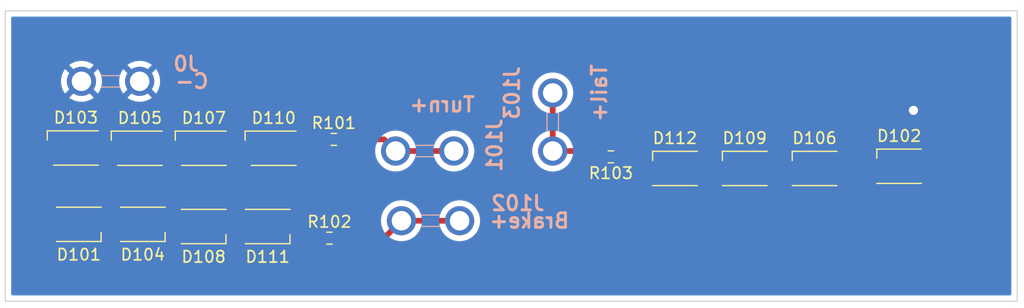
<source format=kicad_pcb>
(kicad_pcb (version 20211014) (generator pcbnew)
  (layers (0 "F.Cu" signal) (31 "B.Cu" signal) (34 "B.Paste" user) (35 "F.Paste" user) (36 "B.SilkS" user "B.Silkscreen") (37 "F.SilkS" user "F.Silkscreen") (38 "B.Mask" user) (39 "F.Mask" user) (44 "Edge.Cuts" user))
  (net 0 "")
  (net 1 "Net-(D101-Pad1)")
  (net 2 "GNDPWR")
  (net 3 "Net-(D102-Pad1)")
  (net 4 "Net-(D103-Pad2)")
  (net 5 "Net-(D104-Pad1)")
  (net 6 "Net-(D105-Pad2)")
  (net 7 "Net-(D106-Pad1)")
  (net 8 "Net-(D107-Pad2)")
  (net 9 "Net-(D108-Pad1)")
  (net 10 "Net-(D109-Pad1)")
  (net 11 "Net-(D110-Pad2)")
  (net 12 "Net-(D111-Pad1)")
  (net 13 "Net-(D112-Pad1)")
  (net 14 "Net-(J101-Pad1)")
  (net 15 "Net-(J102-Pad1)")
  (net 16 "Net-(J103-Pad1)")
  (footprint "LED_SMD:LED_Avago_PLCC4_3.2x2.8mm_CW" (layer "F.Cu") (at 110.26 68.846)
    (fp_text reference "D110" (at 0 -2.65) (layer "F.SilkS"))
    (fp_text value "LED")
    (fp_line (start -2.500044 -1.5) (end 1.95 -1.5) (layer "F.SilkS") (width 0.12))
    (fp_line (start -1.95 1.5) (end 1.95 1.5) (layer "F.SilkS") (width 0.12))
    (fp_line (start -2.5 -0.7) (end -2.5 -1.5) (layer "F.SilkS") (width 0.12))
    (pad "1" smd rect (at -1.5 -0.75) (size 1.5 1.1) (layers "F.Cu" "F.Paste" "F.Mask") (net 8 "Net-(D107-Pad2)"))
    (pad "2" smd rect (at 1.5 -0.75) (size 1.5 1.1) (layers "F.Cu" "F.Paste" "F.Mask") (net 11 "Net-(D110-Pad2)"))
    (pad "3" smd rect (at 1.5 0.75) (size 1.5 1.1) (layers "F.Cu" "F.Paste" "F.Mask") (net 8 "Net-(D107-Pad2)"))
    (pad "4" smd rect (at -1.5 0.75) (size 1.5 1.1) (layers "F.Cu" "F.Paste" "F.Mask") (net 8 "Net-(D107-Pad2)"))
  )
  (footprint "Resistor_SMD:R_0603_1608Metric" (layer "F.Cu") (at 115.125 76.708)
    (fp_text reference "R102" (at 0 -1.43) (layer "F.SilkS"))
    (fp_text value "47")
    (fp_line (start -0.237258 -0.5225) (end 0.237258 -0.5225) (layer "F.SilkS") (width 0.12))
    (fp_line (start -0.237258 0.5225) (end 0.237258 0.5225) (layer "F.SilkS") (width 0.12))
    (pad "1" smd roundrect (at -0.825 0) (size 0.8 0.95) (layers "F.Cu" "F.Paste" "F.Mask") (net 12 "Net-(D111-Pad1)"))
    (pad "2" smd roundrect (at 0.825 0) (size 0.8 0.95) (layers "F.Cu" "F.Paste" "F.Mask") (net 15 "Net-(J102-Pad1)"))
  )
  (footprint "LED_SMD:LED_Avago_PLCC4_3.2x2.8mm_CW" (layer "F.Cu") (at 92.988 68.822)
    (fp_text reference "D103" (at 0 -2.65) (layer "F.SilkS"))
    (fp_text value "LED")
    (fp_line (start -1.95 1.5) (end 1.95 1.5) (layer "F.SilkS") (width 0.12))
    (fp_line (start -2.5 -0.7) (end -2.5 -1.5) (layer "F.SilkS") (width 0.12))
    (fp_line (start -2.500044 -1.5) (end 1.95 -1.5) (layer "F.SilkS") (width 0.12))
    (pad "1" smd rect (at -1.5 -0.75) (size 1.5 1.1) (layers "F.Cu" "F.Paste" "F.Mask") (net 2 "GNDPWR"))
    (pad "2" smd rect (at 1.5 -0.75) (size 1.5 1.1) (layers "F.Cu" "F.Paste" "F.Mask") (net 4 "Net-(D103-Pad2)"))
    (pad "3" smd rect (at 1.5 0.75) (size 1.5 1.1) (layers "F.Cu" "F.Paste" "F.Mask") (net 2 "GNDPWR"))
    (pad "4" smd rect (at -1.5 0.75) (size 1.5 1.1) (layers "F.Cu" "F.Paste" "F.Mask") (net 2 "GNDPWR"))
  )
  (footprint "LED_SMD:LED_Cree-PLCC4_3.2x2.8mm_CCW" (layer "F.Cu") (at 164.866 70.42)
    (fp_text reference "D102" (at 0 -2.65) (layer "F.SilkS"))
    (fp_text value "LED")
    (fp_line (start -1.95 -1.5) (end 1.95 -1.5) (layer "F.SilkS") (width 0.12))
    (fp_line (start -1.95 -0.7) (end -1.95 -1.5) (layer "F.SilkS") (width 0.12))
    (fp_line (start -1.95 1.5) (end 1.95 1.5) (layer "F.SilkS") (width 0.12))
    (pad "1" smd rect (at -1.25 -0.7) (size 1 0.8) (layers "F.Cu" "F.Paste" "F.Mask") (net 3 "Net-(D102-Pad1)"))
    (pad "2" smd rect (at -1.25 0.7) (size 1 0.8) (layers "F.Cu" "F.Paste" "F.Mask") (net 3 "Net-(D102-Pad1)"))
    (pad "3" smd rect (at 1.25 0.7) (size 1 0.8) (layers "F.Cu" "F.Paste" "F.Mask") (net 3 "Net-(D102-Pad1)"))
    (pad "4" smd rect (at 1.25 -0.7) (size 1 0.8) (layers "F.Cu" "F.Paste" "F.Mask") (net 2 "GNDPWR"))
  )
  (footprint "LED_SMD:LED_Cree-PLCC4_3.2x2.8mm_CCW" (layer "F.Cu") (at 151.384 70.612)
    (fp_text reference "D109" (at 0 -2.65) (layer "F.SilkS"))
    (fp_text value "LED")
    (fp_line (start -1.95 1.5) (end 1.95 1.5) (layer "F.SilkS") (width 0.12))
    (fp_line (start -1.95 -1.5) (end 1.95 -1.5) (layer "F.SilkS") (width 0.12))
    (fp_line (start -1.95 -0.7) (end -1.95 -1.5) (layer "F.SilkS") (width 0.12))
    (pad "1" smd rect (at -1.25 -0.7) (size 1 0.8) (layers "F.Cu" "F.Paste" "F.Mask") (net 10 "Net-(D109-Pad1)"))
    (pad "2" smd rect (at -1.25 0.7) (size 1 0.8) (layers "F.Cu" "F.Paste" "F.Mask") (net 10 "Net-(D109-Pad1)"))
    (pad "3" smd rect (at 1.25 0.7) (size 1 0.8) (layers "F.Cu" "F.Paste" "F.Mask") (net 10 "Net-(D109-Pad1)"))
    (pad "4" smd rect (at 1.25 -0.7) (size 1 0.8) (layers "F.Cu" "F.Paste" "F.Mask") (net 7 "Net-(D106-Pad1)"))
  )
  (footprint "LED_SMD:LED_Cree-PLCC4_3.2x2.8mm_CCW" (layer "F.Cu") (at 157.48 70.612)
    (fp_text reference "D106" (at 0 -2.65) (layer "F.SilkS"))
    (fp_text value "LED")
    (fp_line (start -1.95 1.5) (end 1.95 1.5) (layer "F.SilkS") (width 0.12))
    (fp_line (start -1.95 -0.7) (end -1.95 -1.5) (layer "F.SilkS") (width 0.12))
    (fp_line (start -1.95 -1.5) (end 1.95 -1.5) (layer "F.SilkS") (width 0.12))
    (pad "1" smd rect (at -1.25 -0.7) (size 1 0.8) (layers "F.Cu" "F.Paste" "F.Mask") (net 7 "Net-(D106-Pad1)"))
    (pad "2" smd rect (at -1.25 0.7) (size 1 0.8) (layers "F.Cu" "F.Paste" "F.Mask") (net 7 "Net-(D106-Pad1)"))
    (pad "3" smd rect (at 1.25 0.7) (size 1 0.8) (layers "F.Cu" "F.Paste" "F.Mask") (net 7 "Net-(D106-Pad1)"))
    (pad "4" smd rect (at 1.25 -0.7) (size 1 0.8) (layers "F.Cu" "F.Paste" "F.Mask") (net 3 "Net-(D102-Pad1)"))
  )
  (footprint "LED_SMD:LED_Avago_PLCC4_3.2x2.8mm_CW" (layer "F.Cu") (at 98.576 68.846)
    (fp_text reference "D105" (at 0 -2.65) (layer "F.SilkS"))
    (fp_text value "LED")
    (fp_line (start -2.5 -0.7) (end -2.5 -1.5) (layer "F.SilkS") (width 0.12))
    (fp_line (start -2.500044 -1.5) (end 1.95 -1.5) (layer "F.SilkS") (width 0.12))
    (fp_line (start -1.95 1.5) (end 1.95 1.5) (layer "F.SilkS") (width 0.12))
    (pad "1" smd rect (at -1.5 -0.75) (size 1.5 1.1) (layers "F.Cu" "F.Paste" "F.Mask") (net 4 "Net-(D103-Pad2)"))
    (pad "2" smd rect (at 1.5 -0.75) (size 1.5 1.1) (layers "F.Cu" "F.Paste" "F.Mask") (net 6 "Net-(D105-Pad2)"))
    (pad "3" smd rect (at 1.5 0.75) (size 1.5 1.1) (layers "F.Cu" "F.Paste" "F.Mask") (net 4 "Net-(D103-Pad2)"))
    (pad "4" smd rect (at -1.5 0.75) (size 1.5 1.1) (layers "F.Cu" "F.Paste" "F.Mask") (net 4 "Net-(D103-Pad2)"))
  )
  (footprint "LED_SMD:LED_Cree-PLCC4_3.2x2.8mm_CCW" (layer "F.Cu") (at 93.238 75.5 180)
    (fp_text reference "D101" (at 0 -2.65) (layer "F.SilkS"))
    (fp_text value "LED")
    (fp_line (start -1.95 -1.5) (end 1.95 -1.5) (layer "F.SilkS") (width 0.12))
    (fp_line (start -1.95 1.5) (end 1.95 1.5) (layer "F.SilkS") (width 0.12))
    (fp_line (start -1.95 -0.7) (end -1.95 -1.5) (layer "F.SilkS") (width 0.12))
    (pad "1" smd rect (at -1.25 -0.7 180) (size 1 0.8) (layers "F.Cu" "F.Paste" "F.Mask") (net 1 "Net-(D101-Pad1)"))
    (pad "2" smd rect (at -1.25 0.7 180) (size 1 0.8) (layers "F.Cu" "F.Paste" "F.Mask") (net 1 "Net-(D101-Pad1)"))
    (pad "3" smd rect (at 1.25 0.7 180) (size 1 0.8) (layers "F.Cu" "F.Paste" "F.Mask") (net 1 "Net-(D101-Pad1)"))
    (pad "4" smd rect (at 1.25 -0.7 180) (size 1 0.8) (layers "F.Cu" "F.Paste" "F.Mask") (net 2 "GNDPWR"))
  )
  (footprint "LED_SMD:LED_Cree-PLCC4_3.2x2.8mm_CCW" (layer "F.Cu") (at 104.14 75.692 180)
    (fp_text reference "D108" (at 0 -2.65) (layer "F.SilkS"))
    (fp_text value "LED")
    (fp_line (start -1.95 -1.5) (end 1.95 -1.5) (layer "F.SilkS") (width 0.12))
    (fp_line (start -1.95 -0.7) (end -1.95 -1.5) (layer "F.SilkS") (width 0.12))
    (fp_line (start -1.95 1.5) (end 1.95 1.5) (layer "F.SilkS") (width 0.12))
    (pad "1" smd rect (at -1.25 -0.7 180) (size 1 0.8) (layers "F.Cu" "F.Paste" "F.Mask") (net 9 "Net-(D108-Pad1)"))
    (pad "2" smd rect (at -1.25 0.7 180) (size 1 0.8) (layers "F.Cu" "F.Paste" "F.Mask") (net 9 "Net-(D108-Pad1)"))
    (pad "3" smd rect (at 1.25 0.7 180) (size 1 0.8) (layers "F.Cu" "F.Paste" "F.Mask") (net 9 "Net-(D108-Pad1)"))
    (pad "4" smd rect (at 1.25 -0.7 180) (size 1 0.8) (layers "F.Cu" "F.Paste" "F.Mask") (net 5 "Net-(D104-Pad1)"))
  )
  (footprint "LED_SMD:LED_Cree-PLCC4_3.2x2.8mm_CCW" (layer "F.Cu") (at 145.288 70.612)
    (fp_text reference "D112" (at 0 -2.65) (layer "F.SilkS"))
    (fp_text value "LED")
    (fp_line (start -1.95 -1.5) (end 1.95 -1.5) (layer "F.SilkS") (width 0.12))
    (fp_line (start -1.95 1.5) (end 1.95 1.5) (layer "F.SilkS") (width 0.12))
    (fp_line (start -1.95 -0.7) (end -1.95 -1.5) (layer "F.SilkS") (width 0.12))
    (pad "1" smd rect (at -1.25 -0.7) (size 1 0.8) (layers "F.Cu" "F.Paste" "F.Mask") (net 13 "Net-(D112-Pad1)"))
    (pad "2" smd rect (at -1.25 0.7) (size 1 0.8) (layers "F.Cu" "F.Paste" "F.Mask") (net 13 "Net-(D112-Pad1)"))
    (pad "3" smd rect (at 1.25 0.7) (size 1 0.8) (layers "F.Cu" "F.Paste" "F.Mask") (net 13 "Net-(D112-Pad1)"))
    (pad "4" smd rect (at 1.25 -0.7) (size 1 0.8) (layers "F.Cu" "F.Paste" "F.Mask") (net 10 "Net-(D109-Pad1)"))
  )
  (footprint "LED_SMD:LED_Avago_PLCC4_3.2x2.8mm_CW" (layer "F.Cu") (at 104.164 68.846)
    (fp_text reference "D107" (at 0 -2.65) (layer "F.SilkS"))
    (fp_text value "LED")
    (fp_line (start -1.95 1.5) (end 1.95 1.5) (layer "F.SilkS") (width 0.12))
    (fp_line (start -2.500044 -1.5) (end 1.95 -1.5) (layer "F.SilkS") (width 0.12))
    (fp_line (start -2.5 -0.7) (end -2.5 -1.5) (layer "F.SilkS") (width 0.12))
    (pad "1" smd rect (at -1.5 -0.75) (size 1.5 1.1) (layers "F.Cu" "F.Paste" "F.Mask") (net 6 "Net-(D105-Pad2)"))
    (pad "2" smd rect (at 1.5 -0.75) (size 1.5 1.1) (layers "F.Cu" "F.Paste" "F.Mask") (net 8 "Net-(D107-Pad2)"))
    (pad "3" smd rect (at 1.5 0.75) (size 1.5 1.1) (layers "F.Cu" "F.Paste" "F.Mask") (net 6 "Net-(D105-Pad2)"))
    (pad "4" smd rect (at -1.5 0.75) (size 1.5 1.1) (layers "F.Cu" "F.Paste" "F.Mask") (net 6 "Net-(D105-Pad2)"))
  )
  (footprint "LED_SMD:LED_Cree-PLCC4_3.2x2.8mm_CCW" (layer "F.Cu") (at 98.826 75.5 180)
    (fp_text reference "D104" (at 0 -2.65) (layer "F.SilkS"))
    (fp_text value "LED")
    (fp_line (start -1.95 1.5) (end 1.95 1.5) (layer "F.SilkS") (width 0.12))
    (fp_line (start -1.95 -0.7) (end -1.95 -1.5) (layer "F.SilkS") (width 0.12))
    (fp_line (start -1.95 -1.5) (end 1.95 -1.5) (layer "F.SilkS") (width 0.12))
    (pad "1" smd rect (at -1.25 -0.7 180) (size 1 0.8) (layers "F.Cu" "F.Paste" "F.Mask") (net 5 "Net-(D104-Pad1)"))
    (pad "2" smd rect (at -1.25 0.7 180) (size 1 0.8) (layers "F.Cu" "F.Paste" "F.Mask") (net 5 "Net-(D104-Pad1)"))
    (pad "3" smd rect (at 1.25 0.7 180) (size 1 0.8) (layers "F.Cu" "F.Paste" "F.Mask") (net 5 "Net-(D104-Pad1)"))
    (pad "4" smd rect (at 1.25 -0.7 180) (size 1 0.8) (layers "F.Cu" "F.Paste" "F.Mask") (net 1 "Net-(D101-Pad1)"))
  )
  (footprint "Resistor_SMD:R_0603_1608Metric" (layer "F.Cu") (at 139.7 69.596 180)
    (fp_text reference "R103" (at 0 -1.43) (layer "F.SilkS"))
    (fp_text value "47")
    (fp_line (start -0.237258 -0.5225) (end 0.237258 -0.5225) (layer "F.SilkS") (width 0.12))
    (fp_line (start -0.237258 0.5225) (end 0.237258 0.5225) (layer "F.SilkS") (width 0.12))
    (pad "1" smd roundrect (at -0.825 0 180) (size 0.8 0.95) (layers "F.Cu" "F.Paste" "F.Mask") (net 13 "Net-(D112-Pad1)"))
    (pad "2" smd roundrect (at 0.825 0 180) (size 0.8 0.95) (layers "F.Cu" "F.Paste" "F.Mask") (net 16 "Net-(J103-Pad1)"))
  )
  (footprint "Resistor_SMD:R_0603_1608Metric" (layer "F.Cu") (at 115.507 68.072)
    (fp_text reference "R101" (at 0 -1.43) (layer "F.SilkS"))
    (fp_text value "47")
    (fp_line (start -0.237258 0.5225) (end 0.237258 0.5225) (layer "F.SilkS") (width 0.12))
    (fp_line (start -0.237258 -0.5225) (end 0.237258 -0.5225) (layer "F.SilkS") (width 0.12))
    (pad "1" smd roundrect (at -0.825 0) (size 0.8 0.95) (layers "F.Cu" "F.Paste" "F.Mask") (net 11 "Net-(D110-Pad2)"))
    (pad "2" smd roundrect (at 0.825 0) (size 0.8 0.95) (layers "F.Cu" "F.Paste" "F.Mask") (net 14 "Net-(J101-Pad1)"))
  )
  (footprint "LED_SMD:LED_Cree-PLCC4_3.2x2.8mm_CCW" (layer "F.Cu") (at 109.728 75.692 180)
    (fp_text reference "D111" (at 0 -2.65) (layer "F.SilkS"))
    (fp_text value "LED")
    (fp_line (start -1.95 1.5) (end 1.95 1.5) (layer "F.SilkS") (width 0.12))
    (fp_line (start -1.95 -1.5) (end 1.95 -1.5) (layer "F.SilkS") (width 0.12))
    (fp_line (start -1.95 -0.7) (end -1.95 -1.5) (layer "F.SilkS") (width 0.12))
    (pad "1" smd rect (at -1.25 -0.7 180) (size 1 0.8) (layers "F.Cu" "F.Paste" "F.Mask") (net 12 "Net-(D111-Pad1)"))
    (pad "2" smd rect (at -1.25 0.7 180) (size 1 0.8) (layers "F.Cu" "F.Paste" "F.Mask") (net 12 "Net-(D111-Pad1)"))
    (pad "3" smd rect (at 1.25 0.7 180) (size 1 0.8) (layers "F.Cu" "F.Paste" "F.Mask") (net 12 "Net-(D111-Pad1)"))
    (pad "4" smd rect (at 1.25 -0.7 180) (size 1 0.8) (layers "F.Cu" "F.Paste" "F.Mask") (net 9 "Net-(D108-Pad1)"))
  )
  (footprint "SpadeLugs:197054303" (layer "B.Cu") (at 134.62 64.008 -90)
    (fp_text reference "J103" (at 0 3.556 90) (layer "B.SilkS") (effects (font (size 1.27 1.27) (thickness 0.254)) (justify mirror)))
    (fp_text value "Tail+" (at 0 -4.064 90) (layer "B.SilkS") (effects (font (size 1.27 1.27) (thickness 0.254)) (justify mirror)))
    (fp_line (start 1.74 -0.5) (end 3.34 -0.5) (layer "B.SilkS") (width 0.1))
    (fp_line (start 1.74 0.5) (end 3.34 0.5) (layer "B.SilkS") (width 0.1))
    (pad "1" thru_hole circle locked (at 0 0 270) (size 2.55 2.55) (drill 1.7) (layers *.Cu *.Mask) (net 16 "Net-(J103-Pad1)"))
    (pad "2" thru_hole circle locked (at 5.08 0 270) (size 2.55 2.55) (drill 1.7) (layers *.Cu *.Mask) (net 16 "Net-(J103-Pad1)"))
  )
  (footprint "SpadeLugs:197054303" (layer "B.Cu") (at 93.472 62.992)
    (fp_text reference "J0" (at 9.144 -1.524) (layer "B.SilkS") (effects (font (size 1.27 1.27) (thickness 0.254)) (justify mirror)))
    (fp_text value "C-" (at 9.652 0) (layer "B.SilkS") (effects (font (size 1.27 1.27) (thickness 0.254)) (justify mirror)))
    (fp_line (start 1.74 0.5) (end 3.34 0.5) (layer "B.SilkS") (width 0.1))
    (fp_line (start 1.74 -0.5) (end 3.34 -0.5) (layer "B.SilkS") (width 0.1))
    (pad "1" thru_hole circle locked (at 0 0) (size 2.55 2.55) (drill 1.7) (layers *.Cu *.Mask) (net 2 "GNDPWR"))
    (pad "2" thru_hole circle locked (at 5.08 0) (size 2.55 2.55) (drill 1.7) (layers *.Cu *.Mask) (net 2 "GNDPWR"))
  )
  (footprint "SpadeLugs:197054303" (layer "B.Cu") (at 126.492 75.184 180)
    (fp_text reference "J102" (at -5.08 1.524 180) (layer "B.SilkS") (effects (font (size 1.27 1.27) (thickness 0.254)) (justify mirror)))
    (fp_text value "Brake+" (at -6.096 0) (layer "B.SilkS") (effects (font (size 1.27 1.27) (thickness 0.254)) (justify mirror)))
    (fp_line (start 1.74 -0.5) (end 3.34 -0.5) (layer "B.SilkS") (width 0.1))
    (fp_line (start 1.74 0.5) (end 3.34 0.5) (layer "B.SilkS") (width 0.1))
    (pad "1" thru_hole circle locked (at 0 0 180) (size 2.55 2.55) (drill 1.7) (layers *.Cu *.Mask) (net 15 "Net-(J102-Pad1)"))
    (pad "2" thru_hole circle locked (at 5.08 0 180) (size 2.55 2.55) (drill 1.7) (layers *.Cu *.Mask) (net 15 "Net-(J102-Pad1)"))
  )
  (footprint "SpadeLugs:197054303" (layer "B.Cu") (at 125.984 69.088 180)
    (fp_text reference "J101" (at -3.556 0.508 90) (layer "B.SilkS") (effects (font (size 1.27 1.27) (thickness 0.254)) (justify mirror)))
    (fp_text value "Turn+" (at 1.016 4.064) (layer "B.SilkS") (effects (font (size 1.27 1.27) (thickness 0.254)) (justify mirror)))
    (fp_line (start 1.74 -0.5) (end 3.34 -0.5) (layer "B.SilkS") (width 0.1))
    (fp_line (start 1.74 0.5) (end 3.34 0.5) (layer "B.SilkS") (width 0.1))
    (pad "1" thru_hole circle locked (at 0 0 180) (size 2.55 2.55) (drill 1.7) (layers *.Cu *.Mask) (net 14 "Net-(J101-Pad1)"))
    (pad "2" thru_hole circle locked (at 5.08 0 180) (size 2.55 2.55) (drill 1.7) (layers *.Cu *.Mask) (net 14 "Net-(J101-Pad1)"))
  )
  (gr_rect (start 86.825 56.825) (end 175.175 82.225) (layer "Edge.Cuts") (width 0.1) (fill none))
  (segment (start 94.488 74.8) (end 94.488 76.2) (width 0.5) (layer "F.Cu") (net 1))
  (segment (start 91.988 74.8) (end 94.488 74.8) (width 0.5) (layer "F.Cu") (net 1))
  (segment (start 94.488 76.2) (end 97.576 76.2) (width 0.5) (layer "F.Cu") (net 1))
  (segment (start 91.038 70.022) (end 91.488 69.572) (width 0.5) (layer "F.Cu") (net 2))
  (segment (start 91.488 69.572) (end 91.488 68.072) (width 0.5) (layer "F.Cu") (net 2))
  (segment (start 91.038 75.65) (end 91.038 70.022) (width 0.5) (layer "F.Cu") (net 2))
  (segment (start 91.488 64.976) (end 93.472 62.992) (width 0.5) (layer "F.Cu") (net 2))
  (segment (start 91.588 76.2) (end 91.038 75.65) (width 0.5) (layer "F.Cu") (net 2))
  (segment (start 91.488 68.072) (end 91.488 64.976) (width 0.5) (layer "F.Cu") (net 2))
  (segment (start 94.488 69.572) (end 91.488 69.572) (width 0.5) (layer "F.Cu") (net 2))
  (segment (start 166.116 69.72) (end 166.116 65.532) (width 0.5) (layer "F.Cu") (net 2))
  (segment (start 91.988 76.2) (end 91.588 76.2) (width 0.5) (layer "F.Cu") (net 2))
  (via (at 166.116 65.532) (size 1.6) (drill 0.8) (layers "F.Cu" "B.Cu") (net 2))
  (segment (start 163.616 69.72) (end 163.616 71.12) (width 0.5) (layer "F.Cu") (net 3))
  (segment (start 163.424 69.912) (end 163.616 69.72) (width 0.5) (layer "F.Cu") (net 3))
  (segment (start 163.616 71.12) (end 166.116 71.12) (width 0.5) (layer "F.Cu") (net 3))
  (segment (start 158.73 69.912) (end 163.424 69.912) (width 0.5) (layer "F.Cu") (net 3))
  (segment (start 94.488 68.072) (end 97.052 68.072) (width 0.5) (layer "F.Cu") (net 4))
  (segment (start 97.052 68.072) (end 97.076 68.096) (width 0.5) (layer "F.Cu") (net 4))
  (segment (start 97.076 69.596) (end 97.076 68.096) (width 0.5) (layer "F.Cu") (net 4))
  (segment (start 100.076 69.596) (end 97.076 69.596) (width 0.5) (layer "F.Cu") (net 4))
  (segment (start 102.698 76.2) (end 102.89 76.392) (width 0.5) (layer "F.Cu") (net 5))
  (segment (start 100.076 76.2) (end 102.698 76.2) (width 0.5) (layer "F.Cu") (net 5))
  (segment (start 97.576 74.8) (end 100.076 74.8) (width 0.5) (layer "F.Cu") (net 5))
  (segment (start 100.076 74.8) (end 100.076 76.2) (width 0.5) (layer "F.Cu") (net 5))
  (segment (start 100.076 68.096) (end 102.664 68.096) (width 0.5) (layer "F.Cu") (net 6))
  (segment (start 102.664 69.596) (end 105.664 69.596) (width 0.5) (layer "F.Cu") (net 6))
  (segment (start 102.664 68.096) (end 102.664 69.596) (width 0.5) (layer "F.Cu") (net 6))
  (segment (start 152.634 69.912) (end 156.23 69.912) (width 0.5) (layer "F.Cu") (net 7))
  (segment (start 156.23 69.912) (end 156.23 71.312) (width 0.5) (layer "F.Cu") (net 7))
  (segment (start 156.23 71.312) (end 158.73 71.312) (width 0.5) (layer "F.Cu") (net 7))
  (segment (start 108.76 69.596) (end 111.76 69.596) (width 0.5) (layer "F.Cu") (net 8))
  (segment (start 105.664 68.096) (end 108.76 68.096) (width 0.5) (layer "F.Cu") (net 8))
  (segment (start 108.76 68.096) (end 108.76 69.596) (width 0.5) (layer "F.Cu") (net 8))
  (segment (start 105.39 76.392) (end 108.478 76.392) (width 0.5) (layer "F.Cu") (net 9))
  (segment (start 102.89 74.992) (end 105.39 74.992) (width 0.5) (layer "F.Cu") (net 9))
  (segment (start 105.39 74.992) (end 105.39 76.392) (width 0.5) (layer "F.Cu") (net 9))
  (segment (start 150.134 69.912) (end 150.134 71.312) (width 0.5) (layer "F.Cu") (net 10))
  (segment (start 150.134 71.312) (end 152.634 71.312) (width 0.5) (layer "F.Cu") (net 10))
  (segment (start 146.538 69.912) (end 150.134 69.912) (width 0.5) (layer "F.Cu") (net 10))
  (segment (start 114.658 68.096) (end 114.682 68.072) (width 0.5) (layer "F.Cu") (net 11))
  (segment (start 111.76 68.096) (end 114.658 68.096) (width 0.5) (layer "F.Cu") (net 11))
  (segment (start 110.978 76.392) (end 113.984 76.392) (width 0.5) (layer "F.Cu") (net 12))
  (segment (start 113.984 76.392) (end 114.3 76.708) (width 0.5) (layer "F.Cu") (net 12))
  (segment (start 110.978 74.992) (end 110.978 76.392) (width 0.5) (layer "F.Cu") (net 12))
  (segment (start 108.478 74.992) (end 110.978 74.992) (width 0.5) (layer "F.Cu") (net 12))
  (segment (start 143.722 69.596) (end 144.038 69.912) (width 0.5) (layer "F.Cu") (net 13))
  (segment (start 140.525 69.596) (end 143.722 69.596) (width 0.5) (layer "F.Cu") (net 13))
  (segment (start 144.038 69.912) (end 144.038 71.312) (width 0.5) (layer "F.Cu") (net 13))
  (segment (start 144.038 71.312) (end 146.538 71.312) (width 0.5) (layer "F.Cu") (net 13))
  (segment (start 120.904 69.088) (end 125.984 69.088) (width 0.5) (layer "F.Cu") (net 14))
  (segment (start 119.888 68.072) (end 120.904 69.088) (width 0.5) (layer "F.Cu") (net 14))
  (segment (start 116.332 68.072) (end 119.888 68.072) (width 0.5) (layer "F.Cu") (net 14))
  (segment (start 121.412 75.184) (end 126.492 75.184) (width 0.5) (layer "F.Cu") (net 15))
  (segment (start 119.888 76.708) (end 121.412 75.184) (width 0.5) (layer "F.Cu") (net 15))
  (segment (start 115.95 76.708) (end 119.888 76.708) (width 0.5) (layer "F.Cu") (net 15))
  (segment (start 134.62 69.088) (end 138.367 69.088) (width 0.5) (layer "F.Cu") (net 16))
  (segment (start 134.62 64.008) (end 134.62 69.088) (width 0.5) (layer "F.Cu") (net 16))
  (segment (start 138.367 69.088) (end 138.875 69.596) (width 0.5) (layer "F.Cu") (net 16))
  (zone (net 2) (net_name "GNDPWR") (layer "B.Cu") (connect_pads (clearance 0.508)) (min_thickness 0.254) (fill yes (thermal_gap 0.508) (thermal_bridge_width 0.508))
    (polygon (pts (xy 175.768 82.804) (xy 86.36 82.804) (xy 86.36 55.88) (xy 175.768 55.88)))
  )
)
</source>
